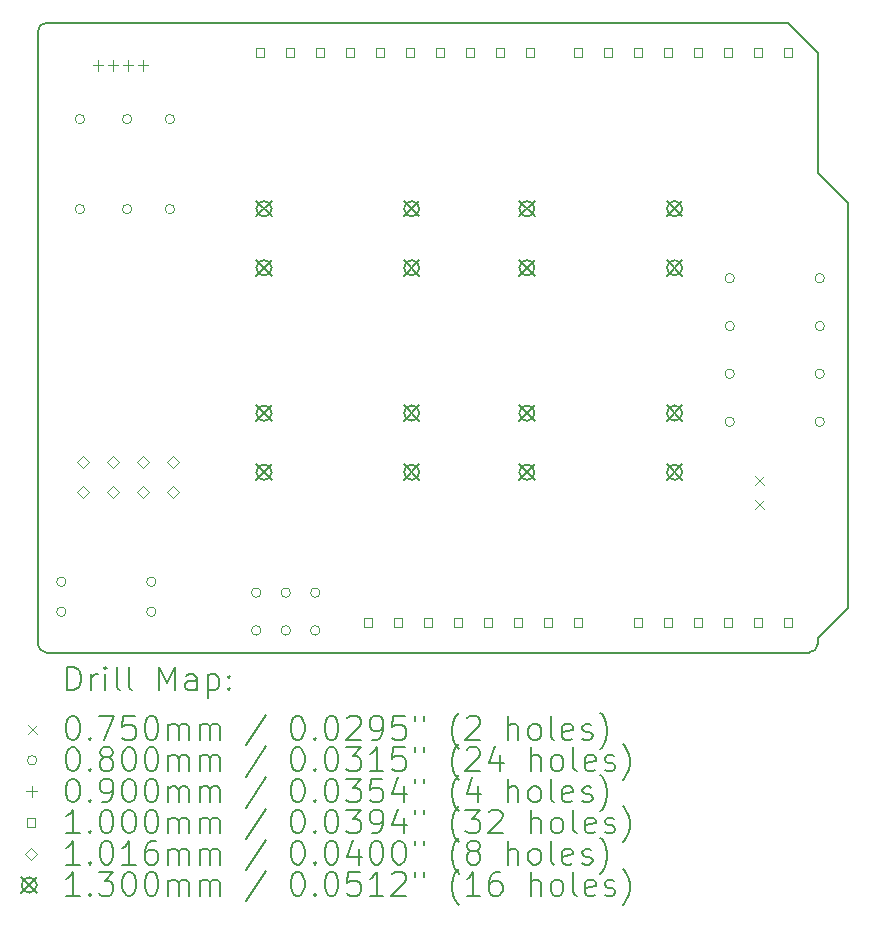
<source format=gbr>
%TF.GenerationSoftware,KiCad,Pcbnew,(6.0.10-0)*%
%TF.CreationDate,2023-01-28T21:33:12-05:00*%
%TF.ProjectId,AWB-0412_HeroShield,4157422d-3034-4313-925f-4865726f5368,rev?*%
%TF.SameCoordinates,Original*%
%TF.FileFunction,Drillmap*%
%TF.FilePolarity,Positive*%
%FSLAX45Y45*%
G04 Gerber Fmt 4.5, Leading zero omitted, Abs format (unit mm)*
G04 Created by KiCad (PCBNEW (6.0.10-0)) date 2023-01-28 21:33:12*
%MOMM*%
%LPD*%
G01*
G04 APERTURE LIST*
%ADD10C,0.150000*%
%ADD11C,0.200000*%
%ADD12C,0.075000*%
%ADD13C,0.080000*%
%ADD14C,0.090000*%
%ADD15C,0.100000*%
%ADD16C,0.101600*%
%ADD17C,0.130000*%
G04 APERTURE END LIST*
D10*
X16604000Y-5936000D02*
X16858000Y-6190000D01*
X10000000Y-9923800D02*
X10000000Y-4742200D01*
X16858000Y-6190000D02*
X16858000Y-9619000D01*
X16527800Y-10000000D02*
X10076200Y-10000000D01*
X10076200Y-4666000D02*
X16350000Y-4666000D01*
X10000000Y-9923800D02*
G75*
G03*
X10076200Y-10000000I76200J0D01*
G01*
X16858000Y-9619000D02*
X16604000Y-9873000D01*
X16350000Y-4666000D02*
X16604000Y-4920000D01*
X16527800Y-10000000D02*
G75*
G03*
X16604000Y-9923800I0J76200D01*
G01*
X16604000Y-4920000D02*
X16604000Y-5936000D01*
X16604000Y-9873000D02*
X16604000Y-9923800D01*
X10076200Y-4666000D02*
G75*
G03*
X10000000Y-4742200I0J-76200D01*
G01*
D11*
D12*
X16072500Y-8507500D02*
X16147500Y-8582500D01*
X16147500Y-8507500D02*
X16072500Y-8582500D01*
X16072500Y-8707500D02*
X16147500Y-8782500D01*
X16147500Y-8707500D02*
X16072500Y-8782500D01*
D13*
X10240000Y-9400000D02*
G75*
G03*
X10240000Y-9400000I-40000J0D01*
G01*
X10240000Y-9654000D02*
G75*
G03*
X10240000Y-9654000I-40000J0D01*
G01*
X10397000Y-5483000D02*
G75*
G03*
X10397000Y-5483000I-40000J0D01*
G01*
X10397000Y-6245000D02*
G75*
G03*
X10397000Y-6245000I-40000J0D01*
G01*
X10797000Y-5483000D02*
G75*
G03*
X10797000Y-5483000I-40000J0D01*
G01*
X10797000Y-6245000D02*
G75*
G03*
X10797000Y-6245000I-40000J0D01*
G01*
X11002000Y-9400000D02*
G75*
G03*
X11002000Y-9400000I-40000J0D01*
G01*
X11002000Y-9654000D02*
G75*
G03*
X11002000Y-9654000I-40000J0D01*
G01*
X11159000Y-5483000D02*
G75*
G03*
X11159000Y-5483000I-40000J0D01*
G01*
X11159000Y-6245000D02*
G75*
G03*
X11159000Y-6245000I-40000J0D01*
G01*
X11890000Y-9492000D02*
G75*
G03*
X11890000Y-9492000I-40000J0D01*
G01*
X11890000Y-9812000D02*
G75*
G03*
X11890000Y-9812000I-40000J0D01*
G01*
X12140000Y-9492000D02*
G75*
G03*
X12140000Y-9492000I-40000J0D01*
G01*
X12140000Y-9812000D02*
G75*
G03*
X12140000Y-9812000I-40000J0D01*
G01*
X12390000Y-9492000D02*
G75*
G03*
X12390000Y-9492000I-40000J0D01*
G01*
X12390000Y-9812000D02*
G75*
G03*
X12390000Y-9812000I-40000J0D01*
G01*
X15899000Y-6830000D02*
G75*
G03*
X15899000Y-6830000I-40000J0D01*
G01*
X15899000Y-7235000D02*
G75*
G03*
X15899000Y-7235000I-40000J0D01*
G01*
X15899000Y-7640000D02*
G75*
G03*
X15899000Y-7640000I-40000J0D01*
G01*
X15899000Y-8045000D02*
G75*
G03*
X15899000Y-8045000I-40000J0D01*
G01*
X16661000Y-6830000D02*
G75*
G03*
X16661000Y-6830000I-40000J0D01*
G01*
X16661000Y-7235000D02*
G75*
G03*
X16661000Y-7235000I-40000J0D01*
G01*
X16661000Y-7640000D02*
G75*
G03*
X16661000Y-7640000I-40000J0D01*
G01*
X16661000Y-8045000D02*
G75*
G03*
X16661000Y-8045000I-40000J0D01*
G01*
D14*
X10511090Y-4983000D02*
X10511090Y-5073000D01*
X10466090Y-5028000D02*
X10556090Y-5028000D01*
X10638090Y-4983000D02*
X10638090Y-5073000D01*
X10593090Y-5028000D02*
X10683090Y-5028000D01*
X10765090Y-4983000D02*
X10765090Y-5073000D01*
X10720090Y-5028000D02*
X10810090Y-5028000D01*
X10892090Y-4983000D02*
X10892090Y-5073000D01*
X10847090Y-5028000D02*
X10937090Y-5028000D01*
D15*
X11914956Y-4955356D02*
X11914956Y-4884644D01*
X11844244Y-4884644D01*
X11844244Y-4955356D01*
X11914956Y-4955356D01*
X12168956Y-4955356D02*
X12168956Y-4884644D01*
X12098244Y-4884644D01*
X12098244Y-4955356D01*
X12168956Y-4955356D01*
X12422956Y-4955356D02*
X12422956Y-4884644D01*
X12352244Y-4884644D01*
X12352244Y-4955356D01*
X12422956Y-4955356D01*
X12676956Y-4955356D02*
X12676956Y-4884644D01*
X12606244Y-4884644D01*
X12606244Y-4955356D01*
X12676956Y-4955356D01*
X12829356Y-9781356D02*
X12829356Y-9710644D01*
X12758644Y-9710644D01*
X12758644Y-9781356D01*
X12829356Y-9781356D01*
X12930956Y-4955356D02*
X12930956Y-4884644D01*
X12860244Y-4884644D01*
X12860244Y-4955356D01*
X12930956Y-4955356D01*
X13083356Y-9781356D02*
X13083356Y-9710644D01*
X13012644Y-9710644D01*
X13012644Y-9781356D01*
X13083356Y-9781356D01*
X13184956Y-4955356D02*
X13184956Y-4884644D01*
X13114244Y-4884644D01*
X13114244Y-4955356D01*
X13184956Y-4955356D01*
X13337356Y-9781356D02*
X13337356Y-9710644D01*
X13266644Y-9710644D01*
X13266644Y-9781356D01*
X13337356Y-9781356D01*
X13438956Y-4955356D02*
X13438956Y-4884644D01*
X13368244Y-4884644D01*
X13368244Y-4955356D01*
X13438956Y-4955356D01*
X13591356Y-9781356D02*
X13591356Y-9710644D01*
X13520644Y-9710644D01*
X13520644Y-9781356D01*
X13591356Y-9781356D01*
X13692956Y-4955356D02*
X13692956Y-4884644D01*
X13622244Y-4884644D01*
X13622244Y-4955356D01*
X13692956Y-4955356D01*
X13845356Y-9781356D02*
X13845356Y-9710644D01*
X13774644Y-9710644D01*
X13774644Y-9781356D01*
X13845356Y-9781356D01*
X13946956Y-4955356D02*
X13946956Y-4884644D01*
X13876244Y-4884644D01*
X13876244Y-4955356D01*
X13946956Y-4955356D01*
X14099356Y-9781356D02*
X14099356Y-9710644D01*
X14028644Y-9710644D01*
X14028644Y-9781356D01*
X14099356Y-9781356D01*
X14200956Y-4955356D02*
X14200956Y-4884644D01*
X14130244Y-4884644D01*
X14130244Y-4955356D01*
X14200956Y-4955356D01*
X14353356Y-9781356D02*
X14353356Y-9710644D01*
X14282644Y-9710644D01*
X14282644Y-9781356D01*
X14353356Y-9781356D01*
X14607356Y-4955356D02*
X14607356Y-4884644D01*
X14536644Y-4884644D01*
X14536644Y-4955356D01*
X14607356Y-4955356D01*
X14607356Y-9781356D02*
X14607356Y-9710644D01*
X14536644Y-9710644D01*
X14536644Y-9781356D01*
X14607356Y-9781356D01*
X14861356Y-4955356D02*
X14861356Y-4884644D01*
X14790644Y-4884644D01*
X14790644Y-4955356D01*
X14861356Y-4955356D01*
X15115356Y-4955356D02*
X15115356Y-4884644D01*
X15044644Y-4884644D01*
X15044644Y-4955356D01*
X15115356Y-4955356D01*
X15115356Y-9781356D02*
X15115356Y-9710644D01*
X15044644Y-9710644D01*
X15044644Y-9781356D01*
X15115356Y-9781356D01*
X15369356Y-4955356D02*
X15369356Y-4884644D01*
X15298644Y-4884644D01*
X15298644Y-4955356D01*
X15369356Y-4955356D01*
X15369356Y-9781356D02*
X15369356Y-9710644D01*
X15298644Y-9710644D01*
X15298644Y-9781356D01*
X15369356Y-9781356D01*
X15623356Y-4955356D02*
X15623356Y-4884644D01*
X15552644Y-4884644D01*
X15552644Y-4955356D01*
X15623356Y-4955356D01*
X15623356Y-9781356D02*
X15623356Y-9710644D01*
X15552644Y-9710644D01*
X15552644Y-9781356D01*
X15623356Y-9781356D01*
X15877356Y-4955356D02*
X15877356Y-4884644D01*
X15806644Y-4884644D01*
X15806644Y-4955356D01*
X15877356Y-4955356D01*
X15877356Y-9781356D02*
X15877356Y-9710644D01*
X15806644Y-9710644D01*
X15806644Y-9781356D01*
X15877356Y-9781356D01*
X16131356Y-4955356D02*
X16131356Y-4884644D01*
X16060644Y-4884644D01*
X16060644Y-4955356D01*
X16131356Y-4955356D01*
X16131356Y-9781356D02*
X16131356Y-9710644D01*
X16060644Y-9710644D01*
X16060644Y-9781356D01*
X16131356Y-9781356D01*
X16385356Y-4955356D02*
X16385356Y-4884644D01*
X16314644Y-4884644D01*
X16314644Y-4955356D01*
X16385356Y-4955356D01*
X16385356Y-9781356D02*
X16385356Y-9710644D01*
X16314644Y-9710644D01*
X16314644Y-9781356D01*
X16385356Y-9781356D01*
D16*
X10381000Y-8437900D02*
X10431800Y-8387100D01*
X10381000Y-8336300D01*
X10330200Y-8387100D01*
X10381000Y-8437900D01*
X10381000Y-8691900D02*
X10431800Y-8641100D01*
X10381000Y-8590300D01*
X10330200Y-8641100D01*
X10381000Y-8691900D01*
X10635000Y-8437900D02*
X10685800Y-8387100D01*
X10635000Y-8336300D01*
X10584200Y-8387100D01*
X10635000Y-8437900D01*
X10635000Y-8691900D02*
X10685800Y-8641100D01*
X10635000Y-8590300D01*
X10584200Y-8641100D01*
X10635000Y-8691900D01*
X10889000Y-8437900D02*
X10939800Y-8387100D01*
X10889000Y-8336300D01*
X10838200Y-8387100D01*
X10889000Y-8437900D01*
X10889000Y-8691900D02*
X10939800Y-8641100D01*
X10889000Y-8590300D01*
X10838200Y-8641100D01*
X10889000Y-8691900D01*
X11143000Y-8437900D02*
X11193800Y-8387100D01*
X11143000Y-8336300D01*
X11092200Y-8387100D01*
X11143000Y-8437900D01*
X11143000Y-8691900D02*
X11193800Y-8641100D01*
X11143000Y-8590300D01*
X11092200Y-8641100D01*
X11143000Y-8691900D01*
D17*
X11851000Y-6177000D02*
X11981000Y-6307000D01*
X11981000Y-6177000D02*
X11851000Y-6307000D01*
X11981000Y-6242000D02*
G75*
G03*
X11981000Y-6242000I-65000J0D01*
G01*
X11851000Y-6677000D02*
X11981000Y-6807000D01*
X11981000Y-6677000D02*
X11851000Y-6807000D01*
X11981000Y-6742000D02*
G75*
G03*
X11981000Y-6742000I-65000J0D01*
G01*
X11851000Y-7907000D02*
X11981000Y-8037000D01*
X11981000Y-7907000D02*
X11851000Y-8037000D01*
X11981000Y-7972000D02*
G75*
G03*
X11981000Y-7972000I-65000J0D01*
G01*
X11851000Y-8407000D02*
X11981000Y-8537000D01*
X11981000Y-8407000D02*
X11851000Y-8537000D01*
X11981000Y-8472000D02*
G75*
G03*
X11981000Y-8472000I-65000J0D01*
G01*
X13101000Y-6177000D02*
X13231000Y-6307000D01*
X13231000Y-6177000D02*
X13101000Y-6307000D01*
X13231000Y-6242000D02*
G75*
G03*
X13231000Y-6242000I-65000J0D01*
G01*
X13101000Y-6677000D02*
X13231000Y-6807000D01*
X13231000Y-6677000D02*
X13101000Y-6807000D01*
X13231000Y-6742000D02*
G75*
G03*
X13231000Y-6742000I-65000J0D01*
G01*
X13101000Y-7907000D02*
X13231000Y-8037000D01*
X13231000Y-7907000D02*
X13101000Y-8037000D01*
X13231000Y-7972000D02*
G75*
G03*
X13231000Y-7972000I-65000J0D01*
G01*
X13101000Y-8407000D02*
X13231000Y-8537000D01*
X13231000Y-8407000D02*
X13101000Y-8537000D01*
X13231000Y-8472000D02*
G75*
G03*
X13231000Y-8472000I-65000J0D01*
G01*
X14077000Y-6177000D02*
X14207000Y-6307000D01*
X14207000Y-6177000D02*
X14077000Y-6307000D01*
X14207000Y-6242000D02*
G75*
G03*
X14207000Y-6242000I-65000J0D01*
G01*
X14077000Y-6677000D02*
X14207000Y-6807000D01*
X14207000Y-6677000D02*
X14077000Y-6807000D01*
X14207000Y-6742000D02*
G75*
G03*
X14207000Y-6742000I-65000J0D01*
G01*
X14077000Y-7907000D02*
X14207000Y-8037000D01*
X14207000Y-7907000D02*
X14077000Y-8037000D01*
X14207000Y-7972000D02*
G75*
G03*
X14207000Y-7972000I-65000J0D01*
G01*
X14077000Y-8407000D02*
X14207000Y-8537000D01*
X14207000Y-8407000D02*
X14077000Y-8537000D01*
X14207000Y-8472000D02*
G75*
G03*
X14207000Y-8472000I-65000J0D01*
G01*
X15327000Y-6177000D02*
X15457000Y-6307000D01*
X15457000Y-6177000D02*
X15327000Y-6307000D01*
X15457000Y-6242000D02*
G75*
G03*
X15457000Y-6242000I-65000J0D01*
G01*
X15327000Y-6677000D02*
X15457000Y-6807000D01*
X15457000Y-6677000D02*
X15327000Y-6807000D01*
X15457000Y-6742000D02*
G75*
G03*
X15457000Y-6742000I-65000J0D01*
G01*
X15327000Y-7907000D02*
X15457000Y-8037000D01*
X15457000Y-7907000D02*
X15327000Y-8037000D01*
X15457000Y-7972000D02*
G75*
G03*
X15457000Y-7972000I-65000J0D01*
G01*
X15327000Y-8407000D02*
X15457000Y-8537000D01*
X15457000Y-8407000D02*
X15327000Y-8537000D01*
X15457000Y-8472000D02*
G75*
G03*
X15457000Y-8472000I-65000J0D01*
G01*
D11*
X10250119Y-10317976D02*
X10250119Y-10117976D01*
X10297738Y-10117976D01*
X10326310Y-10127500D01*
X10345357Y-10146548D01*
X10354881Y-10165595D01*
X10364405Y-10203690D01*
X10364405Y-10232262D01*
X10354881Y-10270357D01*
X10345357Y-10289405D01*
X10326310Y-10308452D01*
X10297738Y-10317976D01*
X10250119Y-10317976D01*
X10450119Y-10317976D02*
X10450119Y-10184643D01*
X10450119Y-10222738D02*
X10459643Y-10203690D01*
X10469167Y-10194167D01*
X10488214Y-10184643D01*
X10507262Y-10184643D01*
X10573929Y-10317976D02*
X10573929Y-10184643D01*
X10573929Y-10117976D02*
X10564405Y-10127500D01*
X10573929Y-10137024D01*
X10583452Y-10127500D01*
X10573929Y-10117976D01*
X10573929Y-10137024D01*
X10697738Y-10317976D02*
X10678690Y-10308452D01*
X10669167Y-10289405D01*
X10669167Y-10117976D01*
X10802500Y-10317976D02*
X10783452Y-10308452D01*
X10773929Y-10289405D01*
X10773929Y-10117976D01*
X11031071Y-10317976D02*
X11031071Y-10117976D01*
X11097738Y-10260833D01*
X11164405Y-10117976D01*
X11164405Y-10317976D01*
X11345357Y-10317976D02*
X11345357Y-10213214D01*
X11335833Y-10194167D01*
X11316786Y-10184643D01*
X11278690Y-10184643D01*
X11259643Y-10194167D01*
X11345357Y-10308452D02*
X11326309Y-10317976D01*
X11278690Y-10317976D01*
X11259643Y-10308452D01*
X11250119Y-10289405D01*
X11250119Y-10270357D01*
X11259643Y-10251310D01*
X11278690Y-10241786D01*
X11326309Y-10241786D01*
X11345357Y-10232262D01*
X11440595Y-10184643D02*
X11440595Y-10384643D01*
X11440595Y-10194167D02*
X11459643Y-10184643D01*
X11497738Y-10184643D01*
X11516786Y-10194167D01*
X11526309Y-10203690D01*
X11535833Y-10222738D01*
X11535833Y-10279881D01*
X11526309Y-10298929D01*
X11516786Y-10308452D01*
X11497738Y-10317976D01*
X11459643Y-10317976D01*
X11440595Y-10308452D01*
X11621548Y-10298929D02*
X11631071Y-10308452D01*
X11621548Y-10317976D01*
X11612024Y-10308452D01*
X11621548Y-10298929D01*
X11621548Y-10317976D01*
X11621548Y-10194167D02*
X11631071Y-10203690D01*
X11621548Y-10213214D01*
X11612024Y-10203690D01*
X11621548Y-10194167D01*
X11621548Y-10213214D01*
D12*
X9917500Y-10610000D02*
X9992500Y-10685000D01*
X9992500Y-10610000D02*
X9917500Y-10685000D01*
D11*
X10288214Y-10537976D02*
X10307262Y-10537976D01*
X10326310Y-10547500D01*
X10335833Y-10557024D01*
X10345357Y-10576071D01*
X10354881Y-10614167D01*
X10354881Y-10661786D01*
X10345357Y-10699881D01*
X10335833Y-10718929D01*
X10326310Y-10728452D01*
X10307262Y-10737976D01*
X10288214Y-10737976D01*
X10269167Y-10728452D01*
X10259643Y-10718929D01*
X10250119Y-10699881D01*
X10240595Y-10661786D01*
X10240595Y-10614167D01*
X10250119Y-10576071D01*
X10259643Y-10557024D01*
X10269167Y-10547500D01*
X10288214Y-10537976D01*
X10440595Y-10718929D02*
X10450119Y-10728452D01*
X10440595Y-10737976D01*
X10431071Y-10728452D01*
X10440595Y-10718929D01*
X10440595Y-10737976D01*
X10516786Y-10537976D02*
X10650119Y-10537976D01*
X10564405Y-10737976D01*
X10821548Y-10537976D02*
X10726310Y-10537976D01*
X10716786Y-10633214D01*
X10726310Y-10623690D01*
X10745357Y-10614167D01*
X10792976Y-10614167D01*
X10812024Y-10623690D01*
X10821548Y-10633214D01*
X10831071Y-10652262D01*
X10831071Y-10699881D01*
X10821548Y-10718929D01*
X10812024Y-10728452D01*
X10792976Y-10737976D01*
X10745357Y-10737976D01*
X10726310Y-10728452D01*
X10716786Y-10718929D01*
X10954881Y-10537976D02*
X10973929Y-10537976D01*
X10992976Y-10547500D01*
X11002500Y-10557024D01*
X11012024Y-10576071D01*
X11021548Y-10614167D01*
X11021548Y-10661786D01*
X11012024Y-10699881D01*
X11002500Y-10718929D01*
X10992976Y-10728452D01*
X10973929Y-10737976D01*
X10954881Y-10737976D01*
X10935833Y-10728452D01*
X10926310Y-10718929D01*
X10916786Y-10699881D01*
X10907262Y-10661786D01*
X10907262Y-10614167D01*
X10916786Y-10576071D01*
X10926310Y-10557024D01*
X10935833Y-10547500D01*
X10954881Y-10537976D01*
X11107262Y-10737976D02*
X11107262Y-10604643D01*
X11107262Y-10623690D02*
X11116786Y-10614167D01*
X11135833Y-10604643D01*
X11164405Y-10604643D01*
X11183452Y-10614167D01*
X11192976Y-10633214D01*
X11192976Y-10737976D01*
X11192976Y-10633214D02*
X11202500Y-10614167D01*
X11221548Y-10604643D01*
X11250119Y-10604643D01*
X11269167Y-10614167D01*
X11278690Y-10633214D01*
X11278690Y-10737976D01*
X11373928Y-10737976D02*
X11373928Y-10604643D01*
X11373928Y-10623690D02*
X11383452Y-10614167D01*
X11402500Y-10604643D01*
X11431071Y-10604643D01*
X11450119Y-10614167D01*
X11459643Y-10633214D01*
X11459643Y-10737976D01*
X11459643Y-10633214D02*
X11469167Y-10614167D01*
X11488214Y-10604643D01*
X11516786Y-10604643D01*
X11535833Y-10614167D01*
X11545357Y-10633214D01*
X11545357Y-10737976D01*
X11935833Y-10528452D02*
X11764405Y-10785595D01*
X12192976Y-10537976D02*
X12212024Y-10537976D01*
X12231071Y-10547500D01*
X12240595Y-10557024D01*
X12250119Y-10576071D01*
X12259643Y-10614167D01*
X12259643Y-10661786D01*
X12250119Y-10699881D01*
X12240595Y-10718929D01*
X12231071Y-10728452D01*
X12212024Y-10737976D01*
X12192976Y-10737976D01*
X12173928Y-10728452D01*
X12164405Y-10718929D01*
X12154881Y-10699881D01*
X12145357Y-10661786D01*
X12145357Y-10614167D01*
X12154881Y-10576071D01*
X12164405Y-10557024D01*
X12173928Y-10547500D01*
X12192976Y-10537976D01*
X12345357Y-10718929D02*
X12354881Y-10728452D01*
X12345357Y-10737976D01*
X12335833Y-10728452D01*
X12345357Y-10718929D01*
X12345357Y-10737976D01*
X12478690Y-10537976D02*
X12497738Y-10537976D01*
X12516786Y-10547500D01*
X12526309Y-10557024D01*
X12535833Y-10576071D01*
X12545357Y-10614167D01*
X12545357Y-10661786D01*
X12535833Y-10699881D01*
X12526309Y-10718929D01*
X12516786Y-10728452D01*
X12497738Y-10737976D01*
X12478690Y-10737976D01*
X12459643Y-10728452D01*
X12450119Y-10718929D01*
X12440595Y-10699881D01*
X12431071Y-10661786D01*
X12431071Y-10614167D01*
X12440595Y-10576071D01*
X12450119Y-10557024D01*
X12459643Y-10547500D01*
X12478690Y-10537976D01*
X12621548Y-10557024D02*
X12631071Y-10547500D01*
X12650119Y-10537976D01*
X12697738Y-10537976D01*
X12716786Y-10547500D01*
X12726309Y-10557024D01*
X12735833Y-10576071D01*
X12735833Y-10595119D01*
X12726309Y-10623690D01*
X12612024Y-10737976D01*
X12735833Y-10737976D01*
X12831071Y-10737976D02*
X12869167Y-10737976D01*
X12888214Y-10728452D01*
X12897738Y-10718929D01*
X12916786Y-10690357D01*
X12926309Y-10652262D01*
X12926309Y-10576071D01*
X12916786Y-10557024D01*
X12907262Y-10547500D01*
X12888214Y-10537976D01*
X12850119Y-10537976D01*
X12831071Y-10547500D01*
X12821548Y-10557024D01*
X12812024Y-10576071D01*
X12812024Y-10623690D01*
X12821548Y-10642738D01*
X12831071Y-10652262D01*
X12850119Y-10661786D01*
X12888214Y-10661786D01*
X12907262Y-10652262D01*
X12916786Y-10642738D01*
X12926309Y-10623690D01*
X13107262Y-10537976D02*
X13012024Y-10537976D01*
X13002500Y-10633214D01*
X13012024Y-10623690D01*
X13031071Y-10614167D01*
X13078690Y-10614167D01*
X13097738Y-10623690D01*
X13107262Y-10633214D01*
X13116786Y-10652262D01*
X13116786Y-10699881D01*
X13107262Y-10718929D01*
X13097738Y-10728452D01*
X13078690Y-10737976D01*
X13031071Y-10737976D01*
X13012024Y-10728452D01*
X13002500Y-10718929D01*
X13192976Y-10537976D02*
X13192976Y-10576071D01*
X13269167Y-10537976D02*
X13269167Y-10576071D01*
X13564405Y-10814167D02*
X13554881Y-10804643D01*
X13535833Y-10776071D01*
X13526309Y-10757024D01*
X13516786Y-10728452D01*
X13507262Y-10680833D01*
X13507262Y-10642738D01*
X13516786Y-10595119D01*
X13526309Y-10566548D01*
X13535833Y-10547500D01*
X13554881Y-10518929D01*
X13564405Y-10509405D01*
X13631071Y-10557024D02*
X13640595Y-10547500D01*
X13659643Y-10537976D01*
X13707262Y-10537976D01*
X13726309Y-10547500D01*
X13735833Y-10557024D01*
X13745357Y-10576071D01*
X13745357Y-10595119D01*
X13735833Y-10623690D01*
X13621548Y-10737976D01*
X13745357Y-10737976D01*
X13983452Y-10737976D02*
X13983452Y-10537976D01*
X14069167Y-10737976D02*
X14069167Y-10633214D01*
X14059643Y-10614167D01*
X14040595Y-10604643D01*
X14012024Y-10604643D01*
X13992976Y-10614167D01*
X13983452Y-10623690D01*
X14192976Y-10737976D02*
X14173928Y-10728452D01*
X14164405Y-10718929D01*
X14154881Y-10699881D01*
X14154881Y-10642738D01*
X14164405Y-10623690D01*
X14173928Y-10614167D01*
X14192976Y-10604643D01*
X14221548Y-10604643D01*
X14240595Y-10614167D01*
X14250119Y-10623690D01*
X14259643Y-10642738D01*
X14259643Y-10699881D01*
X14250119Y-10718929D01*
X14240595Y-10728452D01*
X14221548Y-10737976D01*
X14192976Y-10737976D01*
X14373928Y-10737976D02*
X14354881Y-10728452D01*
X14345357Y-10709405D01*
X14345357Y-10537976D01*
X14526309Y-10728452D02*
X14507262Y-10737976D01*
X14469167Y-10737976D01*
X14450119Y-10728452D01*
X14440595Y-10709405D01*
X14440595Y-10633214D01*
X14450119Y-10614167D01*
X14469167Y-10604643D01*
X14507262Y-10604643D01*
X14526309Y-10614167D01*
X14535833Y-10633214D01*
X14535833Y-10652262D01*
X14440595Y-10671310D01*
X14612024Y-10728452D02*
X14631071Y-10737976D01*
X14669167Y-10737976D01*
X14688214Y-10728452D01*
X14697738Y-10709405D01*
X14697738Y-10699881D01*
X14688214Y-10680833D01*
X14669167Y-10671310D01*
X14640595Y-10671310D01*
X14621548Y-10661786D01*
X14612024Y-10642738D01*
X14612024Y-10633214D01*
X14621548Y-10614167D01*
X14640595Y-10604643D01*
X14669167Y-10604643D01*
X14688214Y-10614167D01*
X14764405Y-10814167D02*
X14773928Y-10804643D01*
X14792976Y-10776071D01*
X14802500Y-10757024D01*
X14812024Y-10728452D01*
X14821548Y-10680833D01*
X14821548Y-10642738D01*
X14812024Y-10595119D01*
X14802500Y-10566548D01*
X14792976Y-10547500D01*
X14773928Y-10518929D01*
X14764405Y-10509405D01*
D13*
X9992500Y-10911500D02*
G75*
G03*
X9992500Y-10911500I-40000J0D01*
G01*
D11*
X10288214Y-10801976D02*
X10307262Y-10801976D01*
X10326310Y-10811500D01*
X10335833Y-10821024D01*
X10345357Y-10840071D01*
X10354881Y-10878167D01*
X10354881Y-10925786D01*
X10345357Y-10963881D01*
X10335833Y-10982929D01*
X10326310Y-10992452D01*
X10307262Y-11001976D01*
X10288214Y-11001976D01*
X10269167Y-10992452D01*
X10259643Y-10982929D01*
X10250119Y-10963881D01*
X10240595Y-10925786D01*
X10240595Y-10878167D01*
X10250119Y-10840071D01*
X10259643Y-10821024D01*
X10269167Y-10811500D01*
X10288214Y-10801976D01*
X10440595Y-10982929D02*
X10450119Y-10992452D01*
X10440595Y-11001976D01*
X10431071Y-10992452D01*
X10440595Y-10982929D01*
X10440595Y-11001976D01*
X10564405Y-10887690D02*
X10545357Y-10878167D01*
X10535833Y-10868643D01*
X10526310Y-10849595D01*
X10526310Y-10840071D01*
X10535833Y-10821024D01*
X10545357Y-10811500D01*
X10564405Y-10801976D01*
X10602500Y-10801976D01*
X10621548Y-10811500D01*
X10631071Y-10821024D01*
X10640595Y-10840071D01*
X10640595Y-10849595D01*
X10631071Y-10868643D01*
X10621548Y-10878167D01*
X10602500Y-10887690D01*
X10564405Y-10887690D01*
X10545357Y-10897214D01*
X10535833Y-10906738D01*
X10526310Y-10925786D01*
X10526310Y-10963881D01*
X10535833Y-10982929D01*
X10545357Y-10992452D01*
X10564405Y-11001976D01*
X10602500Y-11001976D01*
X10621548Y-10992452D01*
X10631071Y-10982929D01*
X10640595Y-10963881D01*
X10640595Y-10925786D01*
X10631071Y-10906738D01*
X10621548Y-10897214D01*
X10602500Y-10887690D01*
X10764405Y-10801976D02*
X10783452Y-10801976D01*
X10802500Y-10811500D01*
X10812024Y-10821024D01*
X10821548Y-10840071D01*
X10831071Y-10878167D01*
X10831071Y-10925786D01*
X10821548Y-10963881D01*
X10812024Y-10982929D01*
X10802500Y-10992452D01*
X10783452Y-11001976D01*
X10764405Y-11001976D01*
X10745357Y-10992452D01*
X10735833Y-10982929D01*
X10726310Y-10963881D01*
X10716786Y-10925786D01*
X10716786Y-10878167D01*
X10726310Y-10840071D01*
X10735833Y-10821024D01*
X10745357Y-10811500D01*
X10764405Y-10801976D01*
X10954881Y-10801976D02*
X10973929Y-10801976D01*
X10992976Y-10811500D01*
X11002500Y-10821024D01*
X11012024Y-10840071D01*
X11021548Y-10878167D01*
X11021548Y-10925786D01*
X11012024Y-10963881D01*
X11002500Y-10982929D01*
X10992976Y-10992452D01*
X10973929Y-11001976D01*
X10954881Y-11001976D01*
X10935833Y-10992452D01*
X10926310Y-10982929D01*
X10916786Y-10963881D01*
X10907262Y-10925786D01*
X10907262Y-10878167D01*
X10916786Y-10840071D01*
X10926310Y-10821024D01*
X10935833Y-10811500D01*
X10954881Y-10801976D01*
X11107262Y-11001976D02*
X11107262Y-10868643D01*
X11107262Y-10887690D02*
X11116786Y-10878167D01*
X11135833Y-10868643D01*
X11164405Y-10868643D01*
X11183452Y-10878167D01*
X11192976Y-10897214D01*
X11192976Y-11001976D01*
X11192976Y-10897214D02*
X11202500Y-10878167D01*
X11221548Y-10868643D01*
X11250119Y-10868643D01*
X11269167Y-10878167D01*
X11278690Y-10897214D01*
X11278690Y-11001976D01*
X11373928Y-11001976D02*
X11373928Y-10868643D01*
X11373928Y-10887690D02*
X11383452Y-10878167D01*
X11402500Y-10868643D01*
X11431071Y-10868643D01*
X11450119Y-10878167D01*
X11459643Y-10897214D01*
X11459643Y-11001976D01*
X11459643Y-10897214D02*
X11469167Y-10878167D01*
X11488214Y-10868643D01*
X11516786Y-10868643D01*
X11535833Y-10878167D01*
X11545357Y-10897214D01*
X11545357Y-11001976D01*
X11935833Y-10792452D02*
X11764405Y-11049595D01*
X12192976Y-10801976D02*
X12212024Y-10801976D01*
X12231071Y-10811500D01*
X12240595Y-10821024D01*
X12250119Y-10840071D01*
X12259643Y-10878167D01*
X12259643Y-10925786D01*
X12250119Y-10963881D01*
X12240595Y-10982929D01*
X12231071Y-10992452D01*
X12212024Y-11001976D01*
X12192976Y-11001976D01*
X12173928Y-10992452D01*
X12164405Y-10982929D01*
X12154881Y-10963881D01*
X12145357Y-10925786D01*
X12145357Y-10878167D01*
X12154881Y-10840071D01*
X12164405Y-10821024D01*
X12173928Y-10811500D01*
X12192976Y-10801976D01*
X12345357Y-10982929D02*
X12354881Y-10992452D01*
X12345357Y-11001976D01*
X12335833Y-10992452D01*
X12345357Y-10982929D01*
X12345357Y-11001976D01*
X12478690Y-10801976D02*
X12497738Y-10801976D01*
X12516786Y-10811500D01*
X12526309Y-10821024D01*
X12535833Y-10840071D01*
X12545357Y-10878167D01*
X12545357Y-10925786D01*
X12535833Y-10963881D01*
X12526309Y-10982929D01*
X12516786Y-10992452D01*
X12497738Y-11001976D01*
X12478690Y-11001976D01*
X12459643Y-10992452D01*
X12450119Y-10982929D01*
X12440595Y-10963881D01*
X12431071Y-10925786D01*
X12431071Y-10878167D01*
X12440595Y-10840071D01*
X12450119Y-10821024D01*
X12459643Y-10811500D01*
X12478690Y-10801976D01*
X12612024Y-10801976D02*
X12735833Y-10801976D01*
X12669167Y-10878167D01*
X12697738Y-10878167D01*
X12716786Y-10887690D01*
X12726309Y-10897214D01*
X12735833Y-10916262D01*
X12735833Y-10963881D01*
X12726309Y-10982929D01*
X12716786Y-10992452D01*
X12697738Y-11001976D01*
X12640595Y-11001976D01*
X12621548Y-10992452D01*
X12612024Y-10982929D01*
X12926309Y-11001976D02*
X12812024Y-11001976D01*
X12869167Y-11001976D02*
X12869167Y-10801976D01*
X12850119Y-10830548D01*
X12831071Y-10849595D01*
X12812024Y-10859119D01*
X13107262Y-10801976D02*
X13012024Y-10801976D01*
X13002500Y-10897214D01*
X13012024Y-10887690D01*
X13031071Y-10878167D01*
X13078690Y-10878167D01*
X13097738Y-10887690D01*
X13107262Y-10897214D01*
X13116786Y-10916262D01*
X13116786Y-10963881D01*
X13107262Y-10982929D01*
X13097738Y-10992452D01*
X13078690Y-11001976D01*
X13031071Y-11001976D01*
X13012024Y-10992452D01*
X13002500Y-10982929D01*
X13192976Y-10801976D02*
X13192976Y-10840071D01*
X13269167Y-10801976D02*
X13269167Y-10840071D01*
X13564405Y-11078167D02*
X13554881Y-11068643D01*
X13535833Y-11040071D01*
X13526309Y-11021024D01*
X13516786Y-10992452D01*
X13507262Y-10944833D01*
X13507262Y-10906738D01*
X13516786Y-10859119D01*
X13526309Y-10830548D01*
X13535833Y-10811500D01*
X13554881Y-10782929D01*
X13564405Y-10773405D01*
X13631071Y-10821024D02*
X13640595Y-10811500D01*
X13659643Y-10801976D01*
X13707262Y-10801976D01*
X13726309Y-10811500D01*
X13735833Y-10821024D01*
X13745357Y-10840071D01*
X13745357Y-10859119D01*
X13735833Y-10887690D01*
X13621548Y-11001976D01*
X13745357Y-11001976D01*
X13916786Y-10868643D02*
X13916786Y-11001976D01*
X13869167Y-10792452D02*
X13821548Y-10935310D01*
X13945357Y-10935310D01*
X14173928Y-11001976D02*
X14173928Y-10801976D01*
X14259643Y-11001976D02*
X14259643Y-10897214D01*
X14250119Y-10878167D01*
X14231071Y-10868643D01*
X14202500Y-10868643D01*
X14183452Y-10878167D01*
X14173928Y-10887690D01*
X14383452Y-11001976D02*
X14364405Y-10992452D01*
X14354881Y-10982929D01*
X14345357Y-10963881D01*
X14345357Y-10906738D01*
X14354881Y-10887690D01*
X14364405Y-10878167D01*
X14383452Y-10868643D01*
X14412024Y-10868643D01*
X14431071Y-10878167D01*
X14440595Y-10887690D01*
X14450119Y-10906738D01*
X14450119Y-10963881D01*
X14440595Y-10982929D01*
X14431071Y-10992452D01*
X14412024Y-11001976D01*
X14383452Y-11001976D01*
X14564405Y-11001976D02*
X14545357Y-10992452D01*
X14535833Y-10973405D01*
X14535833Y-10801976D01*
X14716786Y-10992452D02*
X14697738Y-11001976D01*
X14659643Y-11001976D01*
X14640595Y-10992452D01*
X14631071Y-10973405D01*
X14631071Y-10897214D01*
X14640595Y-10878167D01*
X14659643Y-10868643D01*
X14697738Y-10868643D01*
X14716786Y-10878167D01*
X14726309Y-10897214D01*
X14726309Y-10916262D01*
X14631071Y-10935310D01*
X14802500Y-10992452D02*
X14821548Y-11001976D01*
X14859643Y-11001976D01*
X14878690Y-10992452D01*
X14888214Y-10973405D01*
X14888214Y-10963881D01*
X14878690Y-10944833D01*
X14859643Y-10935310D01*
X14831071Y-10935310D01*
X14812024Y-10925786D01*
X14802500Y-10906738D01*
X14802500Y-10897214D01*
X14812024Y-10878167D01*
X14831071Y-10868643D01*
X14859643Y-10868643D01*
X14878690Y-10878167D01*
X14954881Y-11078167D02*
X14964405Y-11068643D01*
X14983452Y-11040071D01*
X14992976Y-11021024D01*
X15002500Y-10992452D01*
X15012024Y-10944833D01*
X15012024Y-10906738D01*
X15002500Y-10859119D01*
X14992976Y-10830548D01*
X14983452Y-10811500D01*
X14964405Y-10782929D01*
X14954881Y-10773405D01*
D14*
X9947500Y-11130500D02*
X9947500Y-11220500D01*
X9902500Y-11175500D02*
X9992500Y-11175500D01*
D11*
X10288214Y-11065976D02*
X10307262Y-11065976D01*
X10326310Y-11075500D01*
X10335833Y-11085024D01*
X10345357Y-11104071D01*
X10354881Y-11142167D01*
X10354881Y-11189786D01*
X10345357Y-11227881D01*
X10335833Y-11246928D01*
X10326310Y-11256452D01*
X10307262Y-11265976D01*
X10288214Y-11265976D01*
X10269167Y-11256452D01*
X10259643Y-11246928D01*
X10250119Y-11227881D01*
X10240595Y-11189786D01*
X10240595Y-11142167D01*
X10250119Y-11104071D01*
X10259643Y-11085024D01*
X10269167Y-11075500D01*
X10288214Y-11065976D01*
X10440595Y-11246928D02*
X10450119Y-11256452D01*
X10440595Y-11265976D01*
X10431071Y-11256452D01*
X10440595Y-11246928D01*
X10440595Y-11265976D01*
X10545357Y-11265976D02*
X10583452Y-11265976D01*
X10602500Y-11256452D01*
X10612024Y-11246928D01*
X10631071Y-11218357D01*
X10640595Y-11180262D01*
X10640595Y-11104071D01*
X10631071Y-11085024D01*
X10621548Y-11075500D01*
X10602500Y-11065976D01*
X10564405Y-11065976D01*
X10545357Y-11075500D01*
X10535833Y-11085024D01*
X10526310Y-11104071D01*
X10526310Y-11151690D01*
X10535833Y-11170738D01*
X10545357Y-11180262D01*
X10564405Y-11189786D01*
X10602500Y-11189786D01*
X10621548Y-11180262D01*
X10631071Y-11170738D01*
X10640595Y-11151690D01*
X10764405Y-11065976D02*
X10783452Y-11065976D01*
X10802500Y-11075500D01*
X10812024Y-11085024D01*
X10821548Y-11104071D01*
X10831071Y-11142167D01*
X10831071Y-11189786D01*
X10821548Y-11227881D01*
X10812024Y-11246928D01*
X10802500Y-11256452D01*
X10783452Y-11265976D01*
X10764405Y-11265976D01*
X10745357Y-11256452D01*
X10735833Y-11246928D01*
X10726310Y-11227881D01*
X10716786Y-11189786D01*
X10716786Y-11142167D01*
X10726310Y-11104071D01*
X10735833Y-11085024D01*
X10745357Y-11075500D01*
X10764405Y-11065976D01*
X10954881Y-11065976D02*
X10973929Y-11065976D01*
X10992976Y-11075500D01*
X11002500Y-11085024D01*
X11012024Y-11104071D01*
X11021548Y-11142167D01*
X11021548Y-11189786D01*
X11012024Y-11227881D01*
X11002500Y-11246928D01*
X10992976Y-11256452D01*
X10973929Y-11265976D01*
X10954881Y-11265976D01*
X10935833Y-11256452D01*
X10926310Y-11246928D01*
X10916786Y-11227881D01*
X10907262Y-11189786D01*
X10907262Y-11142167D01*
X10916786Y-11104071D01*
X10926310Y-11085024D01*
X10935833Y-11075500D01*
X10954881Y-11065976D01*
X11107262Y-11265976D02*
X11107262Y-11132643D01*
X11107262Y-11151690D02*
X11116786Y-11142167D01*
X11135833Y-11132643D01*
X11164405Y-11132643D01*
X11183452Y-11142167D01*
X11192976Y-11161214D01*
X11192976Y-11265976D01*
X11192976Y-11161214D02*
X11202500Y-11142167D01*
X11221548Y-11132643D01*
X11250119Y-11132643D01*
X11269167Y-11142167D01*
X11278690Y-11161214D01*
X11278690Y-11265976D01*
X11373928Y-11265976D02*
X11373928Y-11132643D01*
X11373928Y-11151690D02*
X11383452Y-11142167D01*
X11402500Y-11132643D01*
X11431071Y-11132643D01*
X11450119Y-11142167D01*
X11459643Y-11161214D01*
X11459643Y-11265976D01*
X11459643Y-11161214D02*
X11469167Y-11142167D01*
X11488214Y-11132643D01*
X11516786Y-11132643D01*
X11535833Y-11142167D01*
X11545357Y-11161214D01*
X11545357Y-11265976D01*
X11935833Y-11056452D02*
X11764405Y-11313595D01*
X12192976Y-11065976D02*
X12212024Y-11065976D01*
X12231071Y-11075500D01*
X12240595Y-11085024D01*
X12250119Y-11104071D01*
X12259643Y-11142167D01*
X12259643Y-11189786D01*
X12250119Y-11227881D01*
X12240595Y-11246928D01*
X12231071Y-11256452D01*
X12212024Y-11265976D01*
X12192976Y-11265976D01*
X12173928Y-11256452D01*
X12164405Y-11246928D01*
X12154881Y-11227881D01*
X12145357Y-11189786D01*
X12145357Y-11142167D01*
X12154881Y-11104071D01*
X12164405Y-11085024D01*
X12173928Y-11075500D01*
X12192976Y-11065976D01*
X12345357Y-11246928D02*
X12354881Y-11256452D01*
X12345357Y-11265976D01*
X12335833Y-11256452D01*
X12345357Y-11246928D01*
X12345357Y-11265976D01*
X12478690Y-11065976D02*
X12497738Y-11065976D01*
X12516786Y-11075500D01*
X12526309Y-11085024D01*
X12535833Y-11104071D01*
X12545357Y-11142167D01*
X12545357Y-11189786D01*
X12535833Y-11227881D01*
X12526309Y-11246928D01*
X12516786Y-11256452D01*
X12497738Y-11265976D01*
X12478690Y-11265976D01*
X12459643Y-11256452D01*
X12450119Y-11246928D01*
X12440595Y-11227881D01*
X12431071Y-11189786D01*
X12431071Y-11142167D01*
X12440595Y-11104071D01*
X12450119Y-11085024D01*
X12459643Y-11075500D01*
X12478690Y-11065976D01*
X12612024Y-11065976D02*
X12735833Y-11065976D01*
X12669167Y-11142167D01*
X12697738Y-11142167D01*
X12716786Y-11151690D01*
X12726309Y-11161214D01*
X12735833Y-11180262D01*
X12735833Y-11227881D01*
X12726309Y-11246928D01*
X12716786Y-11256452D01*
X12697738Y-11265976D01*
X12640595Y-11265976D01*
X12621548Y-11256452D01*
X12612024Y-11246928D01*
X12916786Y-11065976D02*
X12821548Y-11065976D01*
X12812024Y-11161214D01*
X12821548Y-11151690D01*
X12840595Y-11142167D01*
X12888214Y-11142167D01*
X12907262Y-11151690D01*
X12916786Y-11161214D01*
X12926309Y-11180262D01*
X12926309Y-11227881D01*
X12916786Y-11246928D01*
X12907262Y-11256452D01*
X12888214Y-11265976D01*
X12840595Y-11265976D01*
X12821548Y-11256452D01*
X12812024Y-11246928D01*
X13097738Y-11132643D02*
X13097738Y-11265976D01*
X13050119Y-11056452D02*
X13002500Y-11199309D01*
X13126309Y-11199309D01*
X13192976Y-11065976D02*
X13192976Y-11104071D01*
X13269167Y-11065976D02*
X13269167Y-11104071D01*
X13564405Y-11342167D02*
X13554881Y-11332643D01*
X13535833Y-11304071D01*
X13526309Y-11285024D01*
X13516786Y-11256452D01*
X13507262Y-11208833D01*
X13507262Y-11170738D01*
X13516786Y-11123119D01*
X13526309Y-11094548D01*
X13535833Y-11075500D01*
X13554881Y-11046929D01*
X13564405Y-11037405D01*
X13726309Y-11132643D02*
X13726309Y-11265976D01*
X13678690Y-11056452D02*
X13631071Y-11199309D01*
X13754881Y-11199309D01*
X13983452Y-11265976D02*
X13983452Y-11065976D01*
X14069167Y-11265976D02*
X14069167Y-11161214D01*
X14059643Y-11142167D01*
X14040595Y-11132643D01*
X14012024Y-11132643D01*
X13992976Y-11142167D01*
X13983452Y-11151690D01*
X14192976Y-11265976D02*
X14173928Y-11256452D01*
X14164405Y-11246928D01*
X14154881Y-11227881D01*
X14154881Y-11170738D01*
X14164405Y-11151690D01*
X14173928Y-11142167D01*
X14192976Y-11132643D01*
X14221548Y-11132643D01*
X14240595Y-11142167D01*
X14250119Y-11151690D01*
X14259643Y-11170738D01*
X14259643Y-11227881D01*
X14250119Y-11246928D01*
X14240595Y-11256452D01*
X14221548Y-11265976D01*
X14192976Y-11265976D01*
X14373928Y-11265976D02*
X14354881Y-11256452D01*
X14345357Y-11237405D01*
X14345357Y-11065976D01*
X14526309Y-11256452D02*
X14507262Y-11265976D01*
X14469167Y-11265976D01*
X14450119Y-11256452D01*
X14440595Y-11237405D01*
X14440595Y-11161214D01*
X14450119Y-11142167D01*
X14469167Y-11132643D01*
X14507262Y-11132643D01*
X14526309Y-11142167D01*
X14535833Y-11161214D01*
X14535833Y-11180262D01*
X14440595Y-11199309D01*
X14612024Y-11256452D02*
X14631071Y-11265976D01*
X14669167Y-11265976D01*
X14688214Y-11256452D01*
X14697738Y-11237405D01*
X14697738Y-11227881D01*
X14688214Y-11208833D01*
X14669167Y-11199309D01*
X14640595Y-11199309D01*
X14621548Y-11189786D01*
X14612024Y-11170738D01*
X14612024Y-11161214D01*
X14621548Y-11142167D01*
X14640595Y-11132643D01*
X14669167Y-11132643D01*
X14688214Y-11142167D01*
X14764405Y-11342167D02*
X14773928Y-11332643D01*
X14792976Y-11304071D01*
X14802500Y-11285024D01*
X14812024Y-11256452D01*
X14821548Y-11208833D01*
X14821548Y-11170738D01*
X14812024Y-11123119D01*
X14802500Y-11094548D01*
X14792976Y-11075500D01*
X14773928Y-11046929D01*
X14764405Y-11037405D01*
D15*
X9977856Y-11474856D02*
X9977856Y-11404144D01*
X9907144Y-11404144D01*
X9907144Y-11474856D01*
X9977856Y-11474856D01*
D11*
X10354881Y-11529976D02*
X10240595Y-11529976D01*
X10297738Y-11529976D02*
X10297738Y-11329976D01*
X10278690Y-11358548D01*
X10259643Y-11377595D01*
X10240595Y-11387119D01*
X10440595Y-11510928D02*
X10450119Y-11520452D01*
X10440595Y-11529976D01*
X10431071Y-11520452D01*
X10440595Y-11510928D01*
X10440595Y-11529976D01*
X10573929Y-11329976D02*
X10592976Y-11329976D01*
X10612024Y-11339500D01*
X10621548Y-11349024D01*
X10631071Y-11368071D01*
X10640595Y-11406167D01*
X10640595Y-11453786D01*
X10631071Y-11491881D01*
X10621548Y-11510928D01*
X10612024Y-11520452D01*
X10592976Y-11529976D01*
X10573929Y-11529976D01*
X10554881Y-11520452D01*
X10545357Y-11510928D01*
X10535833Y-11491881D01*
X10526310Y-11453786D01*
X10526310Y-11406167D01*
X10535833Y-11368071D01*
X10545357Y-11349024D01*
X10554881Y-11339500D01*
X10573929Y-11329976D01*
X10764405Y-11329976D02*
X10783452Y-11329976D01*
X10802500Y-11339500D01*
X10812024Y-11349024D01*
X10821548Y-11368071D01*
X10831071Y-11406167D01*
X10831071Y-11453786D01*
X10821548Y-11491881D01*
X10812024Y-11510928D01*
X10802500Y-11520452D01*
X10783452Y-11529976D01*
X10764405Y-11529976D01*
X10745357Y-11520452D01*
X10735833Y-11510928D01*
X10726310Y-11491881D01*
X10716786Y-11453786D01*
X10716786Y-11406167D01*
X10726310Y-11368071D01*
X10735833Y-11349024D01*
X10745357Y-11339500D01*
X10764405Y-11329976D01*
X10954881Y-11329976D02*
X10973929Y-11329976D01*
X10992976Y-11339500D01*
X11002500Y-11349024D01*
X11012024Y-11368071D01*
X11021548Y-11406167D01*
X11021548Y-11453786D01*
X11012024Y-11491881D01*
X11002500Y-11510928D01*
X10992976Y-11520452D01*
X10973929Y-11529976D01*
X10954881Y-11529976D01*
X10935833Y-11520452D01*
X10926310Y-11510928D01*
X10916786Y-11491881D01*
X10907262Y-11453786D01*
X10907262Y-11406167D01*
X10916786Y-11368071D01*
X10926310Y-11349024D01*
X10935833Y-11339500D01*
X10954881Y-11329976D01*
X11107262Y-11529976D02*
X11107262Y-11396643D01*
X11107262Y-11415690D02*
X11116786Y-11406167D01*
X11135833Y-11396643D01*
X11164405Y-11396643D01*
X11183452Y-11406167D01*
X11192976Y-11425214D01*
X11192976Y-11529976D01*
X11192976Y-11425214D02*
X11202500Y-11406167D01*
X11221548Y-11396643D01*
X11250119Y-11396643D01*
X11269167Y-11406167D01*
X11278690Y-11425214D01*
X11278690Y-11529976D01*
X11373928Y-11529976D02*
X11373928Y-11396643D01*
X11373928Y-11415690D02*
X11383452Y-11406167D01*
X11402500Y-11396643D01*
X11431071Y-11396643D01*
X11450119Y-11406167D01*
X11459643Y-11425214D01*
X11459643Y-11529976D01*
X11459643Y-11425214D02*
X11469167Y-11406167D01*
X11488214Y-11396643D01*
X11516786Y-11396643D01*
X11535833Y-11406167D01*
X11545357Y-11425214D01*
X11545357Y-11529976D01*
X11935833Y-11320452D02*
X11764405Y-11577595D01*
X12192976Y-11329976D02*
X12212024Y-11329976D01*
X12231071Y-11339500D01*
X12240595Y-11349024D01*
X12250119Y-11368071D01*
X12259643Y-11406167D01*
X12259643Y-11453786D01*
X12250119Y-11491881D01*
X12240595Y-11510928D01*
X12231071Y-11520452D01*
X12212024Y-11529976D01*
X12192976Y-11529976D01*
X12173928Y-11520452D01*
X12164405Y-11510928D01*
X12154881Y-11491881D01*
X12145357Y-11453786D01*
X12145357Y-11406167D01*
X12154881Y-11368071D01*
X12164405Y-11349024D01*
X12173928Y-11339500D01*
X12192976Y-11329976D01*
X12345357Y-11510928D02*
X12354881Y-11520452D01*
X12345357Y-11529976D01*
X12335833Y-11520452D01*
X12345357Y-11510928D01*
X12345357Y-11529976D01*
X12478690Y-11329976D02*
X12497738Y-11329976D01*
X12516786Y-11339500D01*
X12526309Y-11349024D01*
X12535833Y-11368071D01*
X12545357Y-11406167D01*
X12545357Y-11453786D01*
X12535833Y-11491881D01*
X12526309Y-11510928D01*
X12516786Y-11520452D01*
X12497738Y-11529976D01*
X12478690Y-11529976D01*
X12459643Y-11520452D01*
X12450119Y-11510928D01*
X12440595Y-11491881D01*
X12431071Y-11453786D01*
X12431071Y-11406167D01*
X12440595Y-11368071D01*
X12450119Y-11349024D01*
X12459643Y-11339500D01*
X12478690Y-11329976D01*
X12612024Y-11329976D02*
X12735833Y-11329976D01*
X12669167Y-11406167D01*
X12697738Y-11406167D01*
X12716786Y-11415690D01*
X12726309Y-11425214D01*
X12735833Y-11444262D01*
X12735833Y-11491881D01*
X12726309Y-11510928D01*
X12716786Y-11520452D01*
X12697738Y-11529976D01*
X12640595Y-11529976D01*
X12621548Y-11520452D01*
X12612024Y-11510928D01*
X12831071Y-11529976D02*
X12869167Y-11529976D01*
X12888214Y-11520452D01*
X12897738Y-11510928D01*
X12916786Y-11482357D01*
X12926309Y-11444262D01*
X12926309Y-11368071D01*
X12916786Y-11349024D01*
X12907262Y-11339500D01*
X12888214Y-11329976D01*
X12850119Y-11329976D01*
X12831071Y-11339500D01*
X12821548Y-11349024D01*
X12812024Y-11368071D01*
X12812024Y-11415690D01*
X12821548Y-11434738D01*
X12831071Y-11444262D01*
X12850119Y-11453786D01*
X12888214Y-11453786D01*
X12907262Y-11444262D01*
X12916786Y-11434738D01*
X12926309Y-11415690D01*
X13097738Y-11396643D02*
X13097738Y-11529976D01*
X13050119Y-11320452D02*
X13002500Y-11463309D01*
X13126309Y-11463309D01*
X13192976Y-11329976D02*
X13192976Y-11368071D01*
X13269167Y-11329976D02*
X13269167Y-11368071D01*
X13564405Y-11606167D02*
X13554881Y-11596643D01*
X13535833Y-11568071D01*
X13526309Y-11549024D01*
X13516786Y-11520452D01*
X13507262Y-11472833D01*
X13507262Y-11434738D01*
X13516786Y-11387119D01*
X13526309Y-11358548D01*
X13535833Y-11339500D01*
X13554881Y-11310928D01*
X13564405Y-11301405D01*
X13621548Y-11329976D02*
X13745357Y-11329976D01*
X13678690Y-11406167D01*
X13707262Y-11406167D01*
X13726309Y-11415690D01*
X13735833Y-11425214D01*
X13745357Y-11444262D01*
X13745357Y-11491881D01*
X13735833Y-11510928D01*
X13726309Y-11520452D01*
X13707262Y-11529976D01*
X13650119Y-11529976D01*
X13631071Y-11520452D01*
X13621548Y-11510928D01*
X13821548Y-11349024D02*
X13831071Y-11339500D01*
X13850119Y-11329976D01*
X13897738Y-11329976D01*
X13916786Y-11339500D01*
X13926309Y-11349024D01*
X13935833Y-11368071D01*
X13935833Y-11387119D01*
X13926309Y-11415690D01*
X13812024Y-11529976D01*
X13935833Y-11529976D01*
X14173928Y-11529976D02*
X14173928Y-11329976D01*
X14259643Y-11529976D02*
X14259643Y-11425214D01*
X14250119Y-11406167D01*
X14231071Y-11396643D01*
X14202500Y-11396643D01*
X14183452Y-11406167D01*
X14173928Y-11415690D01*
X14383452Y-11529976D02*
X14364405Y-11520452D01*
X14354881Y-11510928D01*
X14345357Y-11491881D01*
X14345357Y-11434738D01*
X14354881Y-11415690D01*
X14364405Y-11406167D01*
X14383452Y-11396643D01*
X14412024Y-11396643D01*
X14431071Y-11406167D01*
X14440595Y-11415690D01*
X14450119Y-11434738D01*
X14450119Y-11491881D01*
X14440595Y-11510928D01*
X14431071Y-11520452D01*
X14412024Y-11529976D01*
X14383452Y-11529976D01*
X14564405Y-11529976D02*
X14545357Y-11520452D01*
X14535833Y-11501405D01*
X14535833Y-11329976D01*
X14716786Y-11520452D02*
X14697738Y-11529976D01*
X14659643Y-11529976D01*
X14640595Y-11520452D01*
X14631071Y-11501405D01*
X14631071Y-11425214D01*
X14640595Y-11406167D01*
X14659643Y-11396643D01*
X14697738Y-11396643D01*
X14716786Y-11406167D01*
X14726309Y-11425214D01*
X14726309Y-11444262D01*
X14631071Y-11463309D01*
X14802500Y-11520452D02*
X14821548Y-11529976D01*
X14859643Y-11529976D01*
X14878690Y-11520452D01*
X14888214Y-11501405D01*
X14888214Y-11491881D01*
X14878690Y-11472833D01*
X14859643Y-11463309D01*
X14831071Y-11463309D01*
X14812024Y-11453786D01*
X14802500Y-11434738D01*
X14802500Y-11425214D01*
X14812024Y-11406167D01*
X14831071Y-11396643D01*
X14859643Y-11396643D01*
X14878690Y-11406167D01*
X14954881Y-11606167D02*
X14964405Y-11596643D01*
X14983452Y-11568071D01*
X14992976Y-11549024D01*
X15002500Y-11520452D01*
X15012024Y-11472833D01*
X15012024Y-11434738D01*
X15002500Y-11387119D01*
X14992976Y-11358548D01*
X14983452Y-11339500D01*
X14964405Y-11310928D01*
X14954881Y-11301405D01*
D16*
X9941700Y-11754300D02*
X9992500Y-11703500D01*
X9941700Y-11652700D01*
X9890900Y-11703500D01*
X9941700Y-11754300D01*
D11*
X10354881Y-11793976D02*
X10240595Y-11793976D01*
X10297738Y-11793976D02*
X10297738Y-11593976D01*
X10278690Y-11622548D01*
X10259643Y-11641595D01*
X10240595Y-11651119D01*
X10440595Y-11774928D02*
X10450119Y-11784452D01*
X10440595Y-11793976D01*
X10431071Y-11784452D01*
X10440595Y-11774928D01*
X10440595Y-11793976D01*
X10573929Y-11593976D02*
X10592976Y-11593976D01*
X10612024Y-11603500D01*
X10621548Y-11613024D01*
X10631071Y-11632071D01*
X10640595Y-11670167D01*
X10640595Y-11717786D01*
X10631071Y-11755881D01*
X10621548Y-11774928D01*
X10612024Y-11784452D01*
X10592976Y-11793976D01*
X10573929Y-11793976D01*
X10554881Y-11784452D01*
X10545357Y-11774928D01*
X10535833Y-11755881D01*
X10526310Y-11717786D01*
X10526310Y-11670167D01*
X10535833Y-11632071D01*
X10545357Y-11613024D01*
X10554881Y-11603500D01*
X10573929Y-11593976D01*
X10831071Y-11793976D02*
X10716786Y-11793976D01*
X10773929Y-11793976D02*
X10773929Y-11593976D01*
X10754881Y-11622548D01*
X10735833Y-11641595D01*
X10716786Y-11651119D01*
X11002500Y-11593976D02*
X10964405Y-11593976D01*
X10945357Y-11603500D01*
X10935833Y-11613024D01*
X10916786Y-11641595D01*
X10907262Y-11679690D01*
X10907262Y-11755881D01*
X10916786Y-11774928D01*
X10926310Y-11784452D01*
X10945357Y-11793976D01*
X10983452Y-11793976D01*
X11002500Y-11784452D01*
X11012024Y-11774928D01*
X11021548Y-11755881D01*
X11021548Y-11708262D01*
X11012024Y-11689214D01*
X11002500Y-11679690D01*
X10983452Y-11670167D01*
X10945357Y-11670167D01*
X10926310Y-11679690D01*
X10916786Y-11689214D01*
X10907262Y-11708262D01*
X11107262Y-11793976D02*
X11107262Y-11660643D01*
X11107262Y-11679690D02*
X11116786Y-11670167D01*
X11135833Y-11660643D01*
X11164405Y-11660643D01*
X11183452Y-11670167D01*
X11192976Y-11689214D01*
X11192976Y-11793976D01*
X11192976Y-11689214D02*
X11202500Y-11670167D01*
X11221548Y-11660643D01*
X11250119Y-11660643D01*
X11269167Y-11670167D01*
X11278690Y-11689214D01*
X11278690Y-11793976D01*
X11373928Y-11793976D02*
X11373928Y-11660643D01*
X11373928Y-11679690D02*
X11383452Y-11670167D01*
X11402500Y-11660643D01*
X11431071Y-11660643D01*
X11450119Y-11670167D01*
X11459643Y-11689214D01*
X11459643Y-11793976D01*
X11459643Y-11689214D02*
X11469167Y-11670167D01*
X11488214Y-11660643D01*
X11516786Y-11660643D01*
X11535833Y-11670167D01*
X11545357Y-11689214D01*
X11545357Y-11793976D01*
X11935833Y-11584452D02*
X11764405Y-11841595D01*
X12192976Y-11593976D02*
X12212024Y-11593976D01*
X12231071Y-11603500D01*
X12240595Y-11613024D01*
X12250119Y-11632071D01*
X12259643Y-11670167D01*
X12259643Y-11717786D01*
X12250119Y-11755881D01*
X12240595Y-11774928D01*
X12231071Y-11784452D01*
X12212024Y-11793976D01*
X12192976Y-11793976D01*
X12173928Y-11784452D01*
X12164405Y-11774928D01*
X12154881Y-11755881D01*
X12145357Y-11717786D01*
X12145357Y-11670167D01*
X12154881Y-11632071D01*
X12164405Y-11613024D01*
X12173928Y-11603500D01*
X12192976Y-11593976D01*
X12345357Y-11774928D02*
X12354881Y-11784452D01*
X12345357Y-11793976D01*
X12335833Y-11784452D01*
X12345357Y-11774928D01*
X12345357Y-11793976D01*
X12478690Y-11593976D02*
X12497738Y-11593976D01*
X12516786Y-11603500D01*
X12526309Y-11613024D01*
X12535833Y-11632071D01*
X12545357Y-11670167D01*
X12545357Y-11717786D01*
X12535833Y-11755881D01*
X12526309Y-11774928D01*
X12516786Y-11784452D01*
X12497738Y-11793976D01*
X12478690Y-11793976D01*
X12459643Y-11784452D01*
X12450119Y-11774928D01*
X12440595Y-11755881D01*
X12431071Y-11717786D01*
X12431071Y-11670167D01*
X12440595Y-11632071D01*
X12450119Y-11613024D01*
X12459643Y-11603500D01*
X12478690Y-11593976D01*
X12716786Y-11660643D02*
X12716786Y-11793976D01*
X12669167Y-11584452D02*
X12621548Y-11727309D01*
X12745357Y-11727309D01*
X12859643Y-11593976D02*
X12878690Y-11593976D01*
X12897738Y-11603500D01*
X12907262Y-11613024D01*
X12916786Y-11632071D01*
X12926309Y-11670167D01*
X12926309Y-11717786D01*
X12916786Y-11755881D01*
X12907262Y-11774928D01*
X12897738Y-11784452D01*
X12878690Y-11793976D01*
X12859643Y-11793976D01*
X12840595Y-11784452D01*
X12831071Y-11774928D01*
X12821548Y-11755881D01*
X12812024Y-11717786D01*
X12812024Y-11670167D01*
X12821548Y-11632071D01*
X12831071Y-11613024D01*
X12840595Y-11603500D01*
X12859643Y-11593976D01*
X13050119Y-11593976D02*
X13069167Y-11593976D01*
X13088214Y-11603500D01*
X13097738Y-11613024D01*
X13107262Y-11632071D01*
X13116786Y-11670167D01*
X13116786Y-11717786D01*
X13107262Y-11755881D01*
X13097738Y-11774928D01*
X13088214Y-11784452D01*
X13069167Y-11793976D01*
X13050119Y-11793976D01*
X13031071Y-11784452D01*
X13021548Y-11774928D01*
X13012024Y-11755881D01*
X13002500Y-11717786D01*
X13002500Y-11670167D01*
X13012024Y-11632071D01*
X13021548Y-11613024D01*
X13031071Y-11603500D01*
X13050119Y-11593976D01*
X13192976Y-11593976D02*
X13192976Y-11632071D01*
X13269167Y-11593976D02*
X13269167Y-11632071D01*
X13564405Y-11870167D02*
X13554881Y-11860643D01*
X13535833Y-11832071D01*
X13526309Y-11813024D01*
X13516786Y-11784452D01*
X13507262Y-11736833D01*
X13507262Y-11698738D01*
X13516786Y-11651119D01*
X13526309Y-11622548D01*
X13535833Y-11603500D01*
X13554881Y-11574928D01*
X13564405Y-11565405D01*
X13669167Y-11679690D02*
X13650119Y-11670167D01*
X13640595Y-11660643D01*
X13631071Y-11641595D01*
X13631071Y-11632071D01*
X13640595Y-11613024D01*
X13650119Y-11603500D01*
X13669167Y-11593976D01*
X13707262Y-11593976D01*
X13726309Y-11603500D01*
X13735833Y-11613024D01*
X13745357Y-11632071D01*
X13745357Y-11641595D01*
X13735833Y-11660643D01*
X13726309Y-11670167D01*
X13707262Y-11679690D01*
X13669167Y-11679690D01*
X13650119Y-11689214D01*
X13640595Y-11698738D01*
X13631071Y-11717786D01*
X13631071Y-11755881D01*
X13640595Y-11774928D01*
X13650119Y-11784452D01*
X13669167Y-11793976D01*
X13707262Y-11793976D01*
X13726309Y-11784452D01*
X13735833Y-11774928D01*
X13745357Y-11755881D01*
X13745357Y-11717786D01*
X13735833Y-11698738D01*
X13726309Y-11689214D01*
X13707262Y-11679690D01*
X13983452Y-11793976D02*
X13983452Y-11593976D01*
X14069167Y-11793976D02*
X14069167Y-11689214D01*
X14059643Y-11670167D01*
X14040595Y-11660643D01*
X14012024Y-11660643D01*
X13992976Y-11670167D01*
X13983452Y-11679690D01*
X14192976Y-11793976D02*
X14173928Y-11784452D01*
X14164405Y-11774928D01*
X14154881Y-11755881D01*
X14154881Y-11698738D01*
X14164405Y-11679690D01*
X14173928Y-11670167D01*
X14192976Y-11660643D01*
X14221548Y-11660643D01*
X14240595Y-11670167D01*
X14250119Y-11679690D01*
X14259643Y-11698738D01*
X14259643Y-11755881D01*
X14250119Y-11774928D01*
X14240595Y-11784452D01*
X14221548Y-11793976D01*
X14192976Y-11793976D01*
X14373928Y-11793976D02*
X14354881Y-11784452D01*
X14345357Y-11765405D01*
X14345357Y-11593976D01*
X14526309Y-11784452D02*
X14507262Y-11793976D01*
X14469167Y-11793976D01*
X14450119Y-11784452D01*
X14440595Y-11765405D01*
X14440595Y-11689214D01*
X14450119Y-11670167D01*
X14469167Y-11660643D01*
X14507262Y-11660643D01*
X14526309Y-11670167D01*
X14535833Y-11689214D01*
X14535833Y-11708262D01*
X14440595Y-11727309D01*
X14612024Y-11784452D02*
X14631071Y-11793976D01*
X14669167Y-11793976D01*
X14688214Y-11784452D01*
X14697738Y-11765405D01*
X14697738Y-11755881D01*
X14688214Y-11736833D01*
X14669167Y-11727309D01*
X14640595Y-11727309D01*
X14621548Y-11717786D01*
X14612024Y-11698738D01*
X14612024Y-11689214D01*
X14621548Y-11670167D01*
X14640595Y-11660643D01*
X14669167Y-11660643D01*
X14688214Y-11670167D01*
X14764405Y-11870167D02*
X14773928Y-11860643D01*
X14792976Y-11832071D01*
X14802500Y-11813024D01*
X14812024Y-11784452D01*
X14821548Y-11736833D01*
X14821548Y-11698738D01*
X14812024Y-11651119D01*
X14802500Y-11622548D01*
X14792976Y-11603500D01*
X14773928Y-11574928D01*
X14764405Y-11565405D01*
D17*
X9862500Y-11902500D02*
X9992500Y-12032500D01*
X9992500Y-11902500D02*
X9862500Y-12032500D01*
X9992500Y-11967500D02*
G75*
G03*
X9992500Y-11967500I-65000J0D01*
G01*
D11*
X10354881Y-12057976D02*
X10240595Y-12057976D01*
X10297738Y-12057976D02*
X10297738Y-11857976D01*
X10278690Y-11886548D01*
X10259643Y-11905595D01*
X10240595Y-11915119D01*
X10440595Y-12038928D02*
X10450119Y-12048452D01*
X10440595Y-12057976D01*
X10431071Y-12048452D01*
X10440595Y-12038928D01*
X10440595Y-12057976D01*
X10516786Y-11857976D02*
X10640595Y-11857976D01*
X10573929Y-11934167D01*
X10602500Y-11934167D01*
X10621548Y-11943690D01*
X10631071Y-11953214D01*
X10640595Y-11972262D01*
X10640595Y-12019881D01*
X10631071Y-12038928D01*
X10621548Y-12048452D01*
X10602500Y-12057976D01*
X10545357Y-12057976D01*
X10526310Y-12048452D01*
X10516786Y-12038928D01*
X10764405Y-11857976D02*
X10783452Y-11857976D01*
X10802500Y-11867500D01*
X10812024Y-11877024D01*
X10821548Y-11896071D01*
X10831071Y-11934167D01*
X10831071Y-11981786D01*
X10821548Y-12019881D01*
X10812024Y-12038928D01*
X10802500Y-12048452D01*
X10783452Y-12057976D01*
X10764405Y-12057976D01*
X10745357Y-12048452D01*
X10735833Y-12038928D01*
X10726310Y-12019881D01*
X10716786Y-11981786D01*
X10716786Y-11934167D01*
X10726310Y-11896071D01*
X10735833Y-11877024D01*
X10745357Y-11867500D01*
X10764405Y-11857976D01*
X10954881Y-11857976D02*
X10973929Y-11857976D01*
X10992976Y-11867500D01*
X11002500Y-11877024D01*
X11012024Y-11896071D01*
X11021548Y-11934167D01*
X11021548Y-11981786D01*
X11012024Y-12019881D01*
X11002500Y-12038928D01*
X10992976Y-12048452D01*
X10973929Y-12057976D01*
X10954881Y-12057976D01*
X10935833Y-12048452D01*
X10926310Y-12038928D01*
X10916786Y-12019881D01*
X10907262Y-11981786D01*
X10907262Y-11934167D01*
X10916786Y-11896071D01*
X10926310Y-11877024D01*
X10935833Y-11867500D01*
X10954881Y-11857976D01*
X11107262Y-12057976D02*
X11107262Y-11924643D01*
X11107262Y-11943690D02*
X11116786Y-11934167D01*
X11135833Y-11924643D01*
X11164405Y-11924643D01*
X11183452Y-11934167D01*
X11192976Y-11953214D01*
X11192976Y-12057976D01*
X11192976Y-11953214D02*
X11202500Y-11934167D01*
X11221548Y-11924643D01*
X11250119Y-11924643D01*
X11269167Y-11934167D01*
X11278690Y-11953214D01*
X11278690Y-12057976D01*
X11373928Y-12057976D02*
X11373928Y-11924643D01*
X11373928Y-11943690D02*
X11383452Y-11934167D01*
X11402500Y-11924643D01*
X11431071Y-11924643D01*
X11450119Y-11934167D01*
X11459643Y-11953214D01*
X11459643Y-12057976D01*
X11459643Y-11953214D02*
X11469167Y-11934167D01*
X11488214Y-11924643D01*
X11516786Y-11924643D01*
X11535833Y-11934167D01*
X11545357Y-11953214D01*
X11545357Y-12057976D01*
X11935833Y-11848452D02*
X11764405Y-12105595D01*
X12192976Y-11857976D02*
X12212024Y-11857976D01*
X12231071Y-11867500D01*
X12240595Y-11877024D01*
X12250119Y-11896071D01*
X12259643Y-11934167D01*
X12259643Y-11981786D01*
X12250119Y-12019881D01*
X12240595Y-12038928D01*
X12231071Y-12048452D01*
X12212024Y-12057976D01*
X12192976Y-12057976D01*
X12173928Y-12048452D01*
X12164405Y-12038928D01*
X12154881Y-12019881D01*
X12145357Y-11981786D01*
X12145357Y-11934167D01*
X12154881Y-11896071D01*
X12164405Y-11877024D01*
X12173928Y-11867500D01*
X12192976Y-11857976D01*
X12345357Y-12038928D02*
X12354881Y-12048452D01*
X12345357Y-12057976D01*
X12335833Y-12048452D01*
X12345357Y-12038928D01*
X12345357Y-12057976D01*
X12478690Y-11857976D02*
X12497738Y-11857976D01*
X12516786Y-11867500D01*
X12526309Y-11877024D01*
X12535833Y-11896071D01*
X12545357Y-11934167D01*
X12545357Y-11981786D01*
X12535833Y-12019881D01*
X12526309Y-12038928D01*
X12516786Y-12048452D01*
X12497738Y-12057976D01*
X12478690Y-12057976D01*
X12459643Y-12048452D01*
X12450119Y-12038928D01*
X12440595Y-12019881D01*
X12431071Y-11981786D01*
X12431071Y-11934167D01*
X12440595Y-11896071D01*
X12450119Y-11877024D01*
X12459643Y-11867500D01*
X12478690Y-11857976D01*
X12726309Y-11857976D02*
X12631071Y-11857976D01*
X12621548Y-11953214D01*
X12631071Y-11943690D01*
X12650119Y-11934167D01*
X12697738Y-11934167D01*
X12716786Y-11943690D01*
X12726309Y-11953214D01*
X12735833Y-11972262D01*
X12735833Y-12019881D01*
X12726309Y-12038928D01*
X12716786Y-12048452D01*
X12697738Y-12057976D01*
X12650119Y-12057976D01*
X12631071Y-12048452D01*
X12621548Y-12038928D01*
X12926309Y-12057976D02*
X12812024Y-12057976D01*
X12869167Y-12057976D02*
X12869167Y-11857976D01*
X12850119Y-11886548D01*
X12831071Y-11905595D01*
X12812024Y-11915119D01*
X13002500Y-11877024D02*
X13012024Y-11867500D01*
X13031071Y-11857976D01*
X13078690Y-11857976D01*
X13097738Y-11867500D01*
X13107262Y-11877024D01*
X13116786Y-11896071D01*
X13116786Y-11915119D01*
X13107262Y-11943690D01*
X12992976Y-12057976D01*
X13116786Y-12057976D01*
X13192976Y-11857976D02*
X13192976Y-11896071D01*
X13269167Y-11857976D02*
X13269167Y-11896071D01*
X13564405Y-12134167D02*
X13554881Y-12124643D01*
X13535833Y-12096071D01*
X13526309Y-12077024D01*
X13516786Y-12048452D01*
X13507262Y-12000833D01*
X13507262Y-11962738D01*
X13516786Y-11915119D01*
X13526309Y-11886548D01*
X13535833Y-11867500D01*
X13554881Y-11838928D01*
X13564405Y-11829405D01*
X13745357Y-12057976D02*
X13631071Y-12057976D01*
X13688214Y-12057976D02*
X13688214Y-11857976D01*
X13669167Y-11886548D01*
X13650119Y-11905595D01*
X13631071Y-11915119D01*
X13916786Y-11857976D02*
X13878690Y-11857976D01*
X13859643Y-11867500D01*
X13850119Y-11877024D01*
X13831071Y-11905595D01*
X13821548Y-11943690D01*
X13821548Y-12019881D01*
X13831071Y-12038928D01*
X13840595Y-12048452D01*
X13859643Y-12057976D01*
X13897738Y-12057976D01*
X13916786Y-12048452D01*
X13926309Y-12038928D01*
X13935833Y-12019881D01*
X13935833Y-11972262D01*
X13926309Y-11953214D01*
X13916786Y-11943690D01*
X13897738Y-11934167D01*
X13859643Y-11934167D01*
X13840595Y-11943690D01*
X13831071Y-11953214D01*
X13821548Y-11972262D01*
X14173928Y-12057976D02*
X14173928Y-11857976D01*
X14259643Y-12057976D02*
X14259643Y-11953214D01*
X14250119Y-11934167D01*
X14231071Y-11924643D01*
X14202500Y-11924643D01*
X14183452Y-11934167D01*
X14173928Y-11943690D01*
X14383452Y-12057976D02*
X14364405Y-12048452D01*
X14354881Y-12038928D01*
X14345357Y-12019881D01*
X14345357Y-11962738D01*
X14354881Y-11943690D01*
X14364405Y-11934167D01*
X14383452Y-11924643D01*
X14412024Y-11924643D01*
X14431071Y-11934167D01*
X14440595Y-11943690D01*
X14450119Y-11962738D01*
X14450119Y-12019881D01*
X14440595Y-12038928D01*
X14431071Y-12048452D01*
X14412024Y-12057976D01*
X14383452Y-12057976D01*
X14564405Y-12057976D02*
X14545357Y-12048452D01*
X14535833Y-12029405D01*
X14535833Y-11857976D01*
X14716786Y-12048452D02*
X14697738Y-12057976D01*
X14659643Y-12057976D01*
X14640595Y-12048452D01*
X14631071Y-12029405D01*
X14631071Y-11953214D01*
X14640595Y-11934167D01*
X14659643Y-11924643D01*
X14697738Y-11924643D01*
X14716786Y-11934167D01*
X14726309Y-11953214D01*
X14726309Y-11972262D01*
X14631071Y-11991309D01*
X14802500Y-12048452D02*
X14821548Y-12057976D01*
X14859643Y-12057976D01*
X14878690Y-12048452D01*
X14888214Y-12029405D01*
X14888214Y-12019881D01*
X14878690Y-12000833D01*
X14859643Y-11991309D01*
X14831071Y-11991309D01*
X14812024Y-11981786D01*
X14802500Y-11962738D01*
X14802500Y-11953214D01*
X14812024Y-11934167D01*
X14831071Y-11924643D01*
X14859643Y-11924643D01*
X14878690Y-11934167D01*
X14954881Y-12134167D02*
X14964405Y-12124643D01*
X14983452Y-12096071D01*
X14992976Y-12077024D01*
X15002500Y-12048452D01*
X15012024Y-12000833D01*
X15012024Y-11962738D01*
X15002500Y-11915119D01*
X14992976Y-11886548D01*
X14983452Y-11867500D01*
X14964405Y-11838928D01*
X14954881Y-11829405D01*
M02*

</source>
